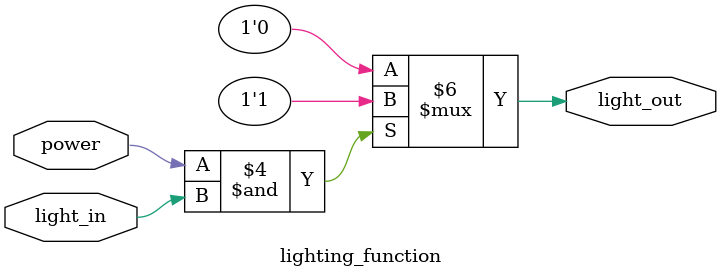
<source format=v>
`timescale 1ns / 1ps


module lighting_function(
    input power,
    input light_in,
    output reg light_out
    );
    parameter on=1'b1, off=1'b0;

    always@*
        if(power==on & light_in==on)
            light_out=on;
        else
            light_out=off;
            
endmodule
</source>
